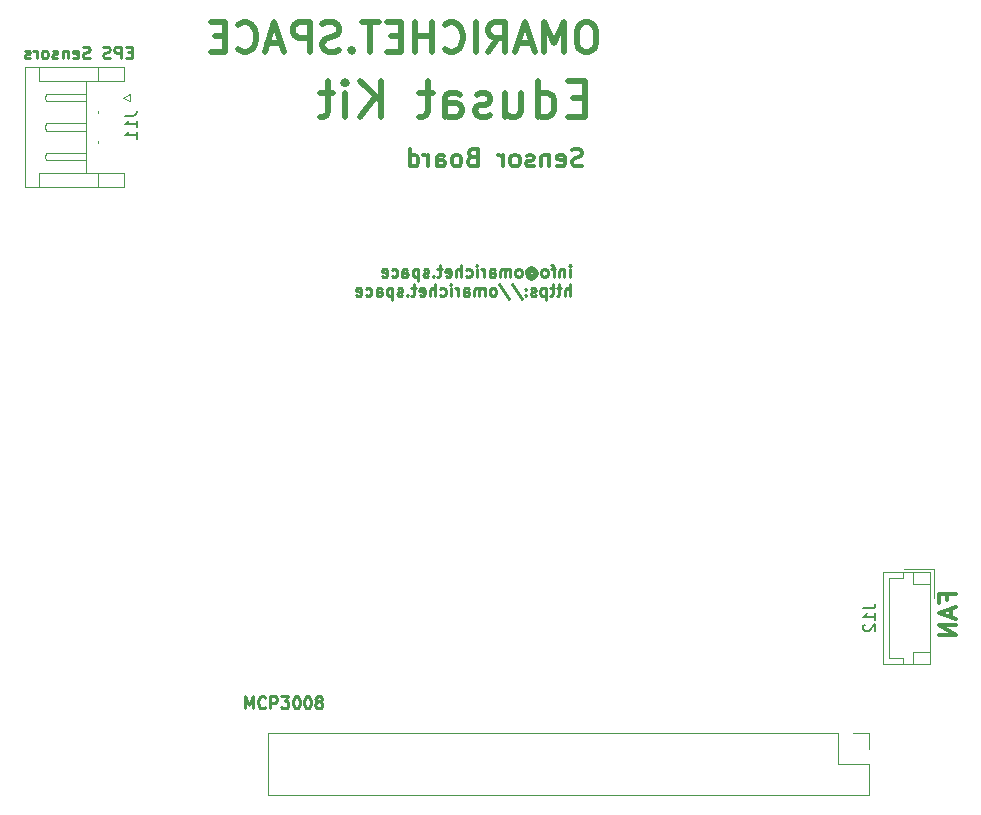
<source format=gbr>
%TF.GenerationSoftware,KiCad,Pcbnew,7.0.8-7.0.8~ubuntu22.04.1*%
%TF.CreationDate,2023-10-06T08:27:01+03:00*%
%TF.ProjectId,Omarichet Sensor Board v1.5,4f6d6172-6963-4686-9574-2053656e736f,rev?*%
%TF.SameCoordinates,Original*%
%TF.FileFunction,Legend,Bot*%
%TF.FilePolarity,Positive*%
%FSLAX46Y46*%
G04 Gerber Fmt 4.6, Leading zero omitted, Abs format (unit mm)*
G04 Created by KiCad (PCBNEW 7.0.8-7.0.8~ubuntu22.04.1) date 2023-10-06 08:27:01*
%MOMM*%
%LPD*%
G01*
G04 APERTURE LIST*
%ADD10C,0.500000*%
%ADD11C,0.250000*%
%ADD12C,0.300000*%
%ADD13C,0.375000*%
%ADD14C,0.150000*%
%ADD15C,0.120000*%
G04 APERTURE END LIST*
D10*
X116899624Y-66778047D02*
X116423433Y-66778047D01*
X116423433Y-66778047D02*
X116185338Y-66897095D01*
X116185338Y-66897095D02*
X115947243Y-67135190D01*
X115947243Y-67135190D02*
X115828195Y-67611380D01*
X115828195Y-67611380D02*
X115828195Y-68444714D01*
X115828195Y-68444714D02*
X115947243Y-68920904D01*
X115947243Y-68920904D02*
X116185338Y-69159000D01*
X116185338Y-69159000D02*
X116423433Y-69278047D01*
X116423433Y-69278047D02*
X116899624Y-69278047D01*
X116899624Y-69278047D02*
X117137719Y-69159000D01*
X117137719Y-69159000D02*
X117375814Y-68920904D01*
X117375814Y-68920904D02*
X117494862Y-68444714D01*
X117494862Y-68444714D02*
X117494862Y-67611380D01*
X117494862Y-67611380D02*
X117375814Y-67135190D01*
X117375814Y-67135190D02*
X117137719Y-66897095D01*
X117137719Y-66897095D02*
X116899624Y-66778047D01*
X114756766Y-69278047D02*
X114756766Y-66778047D01*
X114756766Y-66778047D02*
X113923433Y-68563761D01*
X113923433Y-68563761D02*
X113090100Y-66778047D01*
X113090100Y-66778047D02*
X113090100Y-69278047D01*
X112018671Y-68563761D02*
X110828195Y-68563761D01*
X112256766Y-69278047D02*
X111423433Y-66778047D01*
X111423433Y-66778047D02*
X110590100Y-69278047D01*
X108328195Y-69278047D02*
X109161528Y-68087571D01*
X109756766Y-69278047D02*
X109756766Y-66778047D01*
X109756766Y-66778047D02*
X108804385Y-66778047D01*
X108804385Y-66778047D02*
X108566290Y-66897095D01*
X108566290Y-66897095D02*
X108447243Y-67016142D01*
X108447243Y-67016142D02*
X108328195Y-67254238D01*
X108328195Y-67254238D02*
X108328195Y-67611380D01*
X108328195Y-67611380D02*
X108447243Y-67849476D01*
X108447243Y-67849476D02*
X108566290Y-67968523D01*
X108566290Y-67968523D02*
X108804385Y-68087571D01*
X108804385Y-68087571D02*
X109756766Y-68087571D01*
X107256766Y-69278047D02*
X107256766Y-66778047D01*
X104637719Y-69039952D02*
X104756767Y-69159000D01*
X104756767Y-69159000D02*
X105113909Y-69278047D01*
X105113909Y-69278047D02*
X105352005Y-69278047D01*
X105352005Y-69278047D02*
X105709148Y-69159000D01*
X105709148Y-69159000D02*
X105947243Y-68920904D01*
X105947243Y-68920904D02*
X106066290Y-68682809D01*
X106066290Y-68682809D02*
X106185338Y-68206619D01*
X106185338Y-68206619D02*
X106185338Y-67849476D01*
X106185338Y-67849476D02*
X106066290Y-67373285D01*
X106066290Y-67373285D02*
X105947243Y-67135190D01*
X105947243Y-67135190D02*
X105709148Y-66897095D01*
X105709148Y-66897095D02*
X105352005Y-66778047D01*
X105352005Y-66778047D02*
X105113909Y-66778047D01*
X105113909Y-66778047D02*
X104756767Y-66897095D01*
X104756767Y-66897095D02*
X104637719Y-67016142D01*
X103566290Y-69278047D02*
X103566290Y-66778047D01*
X103566290Y-67968523D02*
X102137719Y-67968523D01*
X102137719Y-69278047D02*
X102137719Y-66778047D01*
X100947242Y-67968523D02*
X100113909Y-67968523D01*
X99756766Y-69278047D02*
X100947242Y-69278047D01*
X100947242Y-69278047D02*
X100947242Y-66778047D01*
X100947242Y-66778047D02*
X99756766Y-66778047D01*
X99042480Y-66778047D02*
X97613909Y-66778047D01*
X98328195Y-69278047D02*
X98328195Y-66778047D01*
X96780575Y-69039952D02*
X96661528Y-69159000D01*
X96661528Y-69159000D02*
X96780575Y-69278047D01*
X96780575Y-69278047D02*
X96899623Y-69159000D01*
X96899623Y-69159000D02*
X96780575Y-69039952D01*
X96780575Y-69039952D02*
X96780575Y-69278047D01*
X95709147Y-69159000D02*
X95352004Y-69278047D01*
X95352004Y-69278047D02*
X94756766Y-69278047D01*
X94756766Y-69278047D02*
X94518671Y-69159000D01*
X94518671Y-69159000D02*
X94399623Y-69039952D01*
X94399623Y-69039952D02*
X94280576Y-68801857D01*
X94280576Y-68801857D02*
X94280576Y-68563761D01*
X94280576Y-68563761D02*
X94399623Y-68325666D01*
X94399623Y-68325666D02*
X94518671Y-68206619D01*
X94518671Y-68206619D02*
X94756766Y-68087571D01*
X94756766Y-68087571D02*
X95232957Y-67968523D01*
X95232957Y-67968523D02*
X95471052Y-67849476D01*
X95471052Y-67849476D02*
X95590099Y-67730428D01*
X95590099Y-67730428D02*
X95709147Y-67492333D01*
X95709147Y-67492333D02*
X95709147Y-67254238D01*
X95709147Y-67254238D02*
X95590099Y-67016142D01*
X95590099Y-67016142D02*
X95471052Y-66897095D01*
X95471052Y-66897095D02*
X95232957Y-66778047D01*
X95232957Y-66778047D02*
X94637718Y-66778047D01*
X94637718Y-66778047D02*
X94280576Y-66897095D01*
X93209147Y-69278047D02*
X93209147Y-66778047D01*
X93209147Y-66778047D02*
X92256766Y-66778047D01*
X92256766Y-66778047D02*
X92018671Y-66897095D01*
X92018671Y-66897095D02*
X91899624Y-67016142D01*
X91899624Y-67016142D02*
X91780576Y-67254238D01*
X91780576Y-67254238D02*
X91780576Y-67611380D01*
X91780576Y-67611380D02*
X91899624Y-67849476D01*
X91899624Y-67849476D02*
X92018671Y-67968523D01*
X92018671Y-67968523D02*
X92256766Y-68087571D01*
X92256766Y-68087571D02*
X93209147Y-68087571D01*
X90828195Y-68563761D02*
X89637719Y-68563761D01*
X91066290Y-69278047D02*
X90232957Y-66778047D01*
X90232957Y-66778047D02*
X89399624Y-69278047D01*
X87137719Y-69039952D02*
X87256767Y-69159000D01*
X87256767Y-69159000D02*
X87613909Y-69278047D01*
X87613909Y-69278047D02*
X87852005Y-69278047D01*
X87852005Y-69278047D02*
X88209148Y-69159000D01*
X88209148Y-69159000D02*
X88447243Y-68920904D01*
X88447243Y-68920904D02*
X88566290Y-68682809D01*
X88566290Y-68682809D02*
X88685338Y-68206619D01*
X88685338Y-68206619D02*
X88685338Y-67849476D01*
X88685338Y-67849476D02*
X88566290Y-67373285D01*
X88566290Y-67373285D02*
X88447243Y-67135190D01*
X88447243Y-67135190D02*
X88209148Y-66897095D01*
X88209148Y-66897095D02*
X87852005Y-66778047D01*
X87852005Y-66778047D02*
X87613909Y-66778047D01*
X87613909Y-66778047D02*
X87256767Y-66897095D01*
X87256767Y-66897095D02*
X87137719Y-67016142D01*
X86066290Y-67968523D02*
X85232957Y-67968523D01*
X84875814Y-69278047D02*
X86066290Y-69278047D01*
X86066290Y-69278047D02*
X86066290Y-66778047D01*
X86066290Y-66778047D02*
X84875814Y-66778047D01*
D11*
X78147431Y-69310809D02*
X77814098Y-69310809D01*
X77671241Y-69834619D02*
X78147431Y-69834619D01*
X78147431Y-69834619D02*
X78147431Y-68834619D01*
X78147431Y-68834619D02*
X77671241Y-68834619D01*
X77242669Y-69834619D02*
X77242669Y-68834619D01*
X77242669Y-68834619D02*
X76861717Y-68834619D01*
X76861717Y-68834619D02*
X76766479Y-68882238D01*
X76766479Y-68882238D02*
X76718860Y-68929857D01*
X76718860Y-68929857D02*
X76671241Y-69025095D01*
X76671241Y-69025095D02*
X76671241Y-69167952D01*
X76671241Y-69167952D02*
X76718860Y-69263190D01*
X76718860Y-69263190D02*
X76766479Y-69310809D01*
X76766479Y-69310809D02*
X76861717Y-69358428D01*
X76861717Y-69358428D02*
X77242669Y-69358428D01*
X76290288Y-69787000D02*
X76147431Y-69834619D01*
X76147431Y-69834619D02*
X75909336Y-69834619D01*
X75909336Y-69834619D02*
X75814098Y-69787000D01*
X75814098Y-69787000D02*
X75766479Y-69739380D01*
X75766479Y-69739380D02*
X75718860Y-69644142D01*
X75718860Y-69644142D02*
X75718860Y-69548904D01*
X75718860Y-69548904D02*
X75766479Y-69453666D01*
X75766479Y-69453666D02*
X75814098Y-69406047D01*
X75814098Y-69406047D02*
X75909336Y-69358428D01*
X75909336Y-69358428D02*
X76099812Y-69310809D01*
X76099812Y-69310809D02*
X76195050Y-69263190D01*
X76195050Y-69263190D02*
X76242669Y-69215571D01*
X76242669Y-69215571D02*
X76290288Y-69120333D01*
X76290288Y-69120333D02*
X76290288Y-69025095D01*
X76290288Y-69025095D02*
X76242669Y-68929857D01*
X76242669Y-68929857D02*
X76195050Y-68882238D01*
X76195050Y-68882238D02*
X76099812Y-68834619D01*
X76099812Y-68834619D02*
X75861717Y-68834619D01*
X75861717Y-68834619D02*
X75718860Y-68882238D01*
X74576002Y-69787000D02*
X74433145Y-69834619D01*
X74433145Y-69834619D02*
X74195050Y-69834619D01*
X74195050Y-69834619D02*
X74099812Y-69787000D01*
X74099812Y-69787000D02*
X74052193Y-69739380D01*
X74052193Y-69739380D02*
X74004574Y-69644142D01*
X74004574Y-69644142D02*
X74004574Y-69548904D01*
X74004574Y-69548904D02*
X74052193Y-69453666D01*
X74052193Y-69453666D02*
X74099812Y-69406047D01*
X74099812Y-69406047D02*
X74195050Y-69358428D01*
X74195050Y-69358428D02*
X74385526Y-69310809D01*
X74385526Y-69310809D02*
X74480764Y-69263190D01*
X74480764Y-69263190D02*
X74528383Y-69215571D01*
X74528383Y-69215571D02*
X74576002Y-69120333D01*
X74576002Y-69120333D02*
X74576002Y-69025095D01*
X74576002Y-69025095D02*
X74528383Y-68929857D01*
X74528383Y-68929857D02*
X74480764Y-68882238D01*
X74480764Y-68882238D02*
X74385526Y-68834619D01*
X74385526Y-68834619D02*
X74147431Y-68834619D01*
X74147431Y-68834619D02*
X74004574Y-68882238D01*
X73195050Y-69787000D02*
X73290288Y-69834619D01*
X73290288Y-69834619D02*
X73480764Y-69834619D01*
X73480764Y-69834619D02*
X73576002Y-69787000D01*
X73576002Y-69787000D02*
X73623621Y-69691761D01*
X73623621Y-69691761D02*
X73623621Y-69310809D01*
X73623621Y-69310809D02*
X73576002Y-69215571D01*
X73576002Y-69215571D02*
X73480764Y-69167952D01*
X73480764Y-69167952D02*
X73290288Y-69167952D01*
X73290288Y-69167952D02*
X73195050Y-69215571D01*
X73195050Y-69215571D02*
X73147431Y-69310809D01*
X73147431Y-69310809D02*
X73147431Y-69406047D01*
X73147431Y-69406047D02*
X73623621Y-69501285D01*
X72718859Y-69167952D02*
X72718859Y-69834619D01*
X72718859Y-69263190D02*
X72671240Y-69215571D01*
X72671240Y-69215571D02*
X72576002Y-69167952D01*
X72576002Y-69167952D02*
X72433145Y-69167952D01*
X72433145Y-69167952D02*
X72337907Y-69215571D01*
X72337907Y-69215571D02*
X72290288Y-69310809D01*
X72290288Y-69310809D02*
X72290288Y-69834619D01*
X71861716Y-69787000D02*
X71766478Y-69834619D01*
X71766478Y-69834619D02*
X71576002Y-69834619D01*
X71576002Y-69834619D02*
X71480764Y-69787000D01*
X71480764Y-69787000D02*
X71433145Y-69691761D01*
X71433145Y-69691761D02*
X71433145Y-69644142D01*
X71433145Y-69644142D02*
X71480764Y-69548904D01*
X71480764Y-69548904D02*
X71576002Y-69501285D01*
X71576002Y-69501285D02*
X71718859Y-69501285D01*
X71718859Y-69501285D02*
X71814097Y-69453666D01*
X71814097Y-69453666D02*
X71861716Y-69358428D01*
X71861716Y-69358428D02*
X71861716Y-69310809D01*
X71861716Y-69310809D02*
X71814097Y-69215571D01*
X71814097Y-69215571D02*
X71718859Y-69167952D01*
X71718859Y-69167952D02*
X71576002Y-69167952D01*
X71576002Y-69167952D02*
X71480764Y-69215571D01*
X70861716Y-69834619D02*
X70956954Y-69787000D01*
X70956954Y-69787000D02*
X71004573Y-69739380D01*
X71004573Y-69739380D02*
X71052192Y-69644142D01*
X71052192Y-69644142D02*
X71052192Y-69358428D01*
X71052192Y-69358428D02*
X71004573Y-69263190D01*
X71004573Y-69263190D02*
X70956954Y-69215571D01*
X70956954Y-69215571D02*
X70861716Y-69167952D01*
X70861716Y-69167952D02*
X70718859Y-69167952D01*
X70718859Y-69167952D02*
X70623621Y-69215571D01*
X70623621Y-69215571D02*
X70576002Y-69263190D01*
X70576002Y-69263190D02*
X70528383Y-69358428D01*
X70528383Y-69358428D02*
X70528383Y-69644142D01*
X70528383Y-69644142D02*
X70576002Y-69739380D01*
X70576002Y-69739380D02*
X70623621Y-69787000D01*
X70623621Y-69787000D02*
X70718859Y-69834619D01*
X70718859Y-69834619D02*
X70861716Y-69834619D01*
X70099811Y-69834619D02*
X70099811Y-69167952D01*
X70099811Y-69358428D02*
X70052192Y-69263190D01*
X70052192Y-69263190D02*
X70004573Y-69215571D01*
X70004573Y-69215571D02*
X69909335Y-69167952D01*
X69909335Y-69167952D02*
X69814097Y-69167952D01*
X69528382Y-69787000D02*
X69433144Y-69834619D01*
X69433144Y-69834619D02*
X69242668Y-69834619D01*
X69242668Y-69834619D02*
X69147430Y-69787000D01*
X69147430Y-69787000D02*
X69099811Y-69691761D01*
X69099811Y-69691761D02*
X69099811Y-69644142D01*
X69099811Y-69644142D02*
X69147430Y-69548904D01*
X69147430Y-69548904D02*
X69242668Y-69501285D01*
X69242668Y-69501285D02*
X69385525Y-69501285D01*
X69385525Y-69501285D02*
X69480763Y-69453666D01*
X69480763Y-69453666D02*
X69528382Y-69358428D01*
X69528382Y-69358428D02*
X69528382Y-69310809D01*
X69528382Y-69310809D02*
X69480763Y-69215571D01*
X69480763Y-69215571D02*
X69385525Y-69167952D01*
X69385525Y-69167952D02*
X69242668Y-69167952D01*
X69242668Y-69167952D02*
X69147430Y-69215571D01*
X115257431Y-88344619D02*
X115257431Y-87677952D01*
X115257431Y-87344619D02*
X115305050Y-87392238D01*
X115305050Y-87392238D02*
X115257431Y-87439857D01*
X115257431Y-87439857D02*
X115209812Y-87392238D01*
X115209812Y-87392238D02*
X115257431Y-87344619D01*
X115257431Y-87344619D02*
X115257431Y-87439857D01*
X114781241Y-87677952D02*
X114781241Y-88344619D01*
X114781241Y-87773190D02*
X114733622Y-87725571D01*
X114733622Y-87725571D02*
X114638384Y-87677952D01*
X114638384Y-87677952D02*
X114495527Y-87677952D01*
X114495527Y-87677952D02*
X114400289Y-87725571D01*
X114400289Y-87725571D02*
X114352670Y-87820809D01*
X114352670Y-87820809D02*
X114352670Y-88344619D01*
X114019336Y-87677952D02*
X113638384Y-87677952D01*
X113876479Y-88344619D02*
X113876479Y-87487476D01*
X113876479Y-87487476D02*
X113828860Y-87392238D01*
X113828860Y-87392238D02*
X113733622Y-87344619D01*
X113733622Y-87344619D02*
X113638384Y-87344619D01*
X113162193Y-88344619D02*
X113257431Y-88297000D01*
X113257431Y-88297000D02*
X113305050Y-88249380D01*
X113305050Y-88249380D02*
X113352669Y-88154142D01*
X113352669Y-88154142D02*
X113352669Y-87868428D01*
X113352669Y-87868428D02*
X113305050Y-87773190D01*
X113305050Y-87773190D02*
X113257431Y-87725571D01*
X113257431Y-87725571D02*
X113162193Y-87677952D01*
X113162193Y-87677952D02*
X113019336Y-87677952D01*
X113019336Y-87677952D02*
X112924098Y-87725571D01*
X112924098Y-87725571D02*
X112876479Y-87773190D01*
X112876479Y-87773190D02*
X112828860Y-87868428D01*
X112828860Y-87868428D02*
X112828860Y-88154142D01*
X112828860Y-88154142D02*
X112876479Y-88249380D01*
X112876479Y-88249380D02*
X112924098Y-88297000D01*
X112924098Y-88297000D02*
X113019336Y-88344619D01*
X113019336Y-88344619D02*
X113162193Y-88344619D01*
X111781241Y-87868428D02*
X111828860Y-87820809D01*
X111828860Y-87820809D02*
X111924098Y-87773190D01*
X111924098Y-87773190D02*
X112019336Y-87773190D01*
X112019336Y-87773190D02*
X112114574Y-87820809D01*
X112114574Y-87820809D02*
X112162193Y-87868428D01*
X112162193Y-87868428D02*
X112209812Y-87963666D01*
X112209812Y-87963666D02*
X112209812Y-88058904D01*
X112209812Y-88058904D02*
X112162193Y-88154142D01*
X112162193Y-88154142D02*
X112114574Y-88201761D01*
X112114574Y-88201761D02*
X112019336Y-88249380D01*
X112019336Y-88249380D02*
X111924098Y-88249380D01*
X111924098Y-88249380D02*
X111828860Y-88201761D01*
X111828860Y-88201761D02*
X111781241Y-88154142D01*
X111781241Y-87773190D02*
X111781241Y-88154142D01*
X111781241Y-88154142D02*
X111733622Y-88201761D01*
X111733622Y-88201761D02*
X111686003Y-88201761D01*
X111686003Y-88201761D02*
X111590764Y-88154142D01*
X111590764Y-88154142D02*
X111543145Y-88058904D01*
X111543145Y-88058904D02*
X111543145Y-87820809D01*
X111543145Y-87820809D02*
X111638384Y-87677952D01*
X111638384Y-87677952D02*
X111781241Y-87582714D01*
X111781241Y-87582714D02*
X111971717Y-87535095D01*
X111971717Y-87535095D02*
X112162193Y-87582714D01*
X112162193Y-87582714D02*
X112305050Y-87677952D01*
X112305050Y-87677952D02*
X112400288Y-87820809D01*
X112400288Y-87820809D02*
X112447907Y-88011285D01*
X112447907Y-88011285D02*
X112400288Y-88201761D01*
X112400288Y-88201761D02*
X112305050Y-88344619D01*
X112305050Y-88344619D02*
X112162193Y-88439857D01*
X112162193Y-88439857D02*
X111971717Y-88487476D01*
X111971717Y-88487476D02*
X111781241Y-88439857D01*
X111781241Y-88439857D02*
X111638384Y-88344619D01*
X110971717Y-88344619D02*
X111066955Y-88297000D01*
X111066955Y-88297000D02*
X111114574Y-88249380D01*
X111114574Y-88249380D02*
X111162193Y-88154142D01*
X111162193Y-88154142D02*
X111162193Y-87868428D01*
X111162193Y-87868428D02*
X111114574Y-87773190D01*
X111114574Y-87773190D02*
X111066955Y-87725571D01*
X111066955Y-87725571D02*
X110971717Y-87677952D01*
X110971717Y-87677952D02*
X110828860Y-87677952D01*
X110828860Y-87677952D02*
X110733622Y-87725571D01*
X110733622Y-87725571D02*
X110686003Y-87773190D01*
X110686003Y-87773190D02*
X110638384Y-87868428D01*
X110638384Y-87868428D02*
X110638384Y-88154142D01*
X110638384Y-88154142D02*
X110686003Y-88249380D01*
X110686003Y-88249380D02*
X110733622Y-88297000D01*
X110733622Y-88297000D02*
X110828860Y-88344619D01*
X110828860Y-88344619D02*
X110971717Y-88344619D01*
X110209812Y-88344619D02*
X110209812Y-87677952D01*
X110209812Y-87773190D02*
X110162193Y-87725571D01*
X110162193Y-87725571D02*
X110066955Y-87677952D01*
X110066955Y-87677952D02*
X109924098Y-87677952D01*
X109924098Y-87677952D02*
X109828860Y-87725571D01*
X109828860Y-87725571D02*
X109781241Y-87820809D01*
X109781241Y-87820809D02*
X109781241Y-88344619D01*
X109781241Y-87820809D02*
X109733622Y-87725571D01*
X109733622Y-87725571D02*
X109638384Y-87677952D01*
X109638384Y-87677952D02*
X109495527Y-87677952D01*
X109495527Y-87677952D02*
X109400288Y-87725571D01*
X109400288Y-87725571D02*
X109352669Y-87820809D01*
X109352669Y-87820809D02*
X109352669Y-88344619D01*
X108447908Y-88344619D02*
X108447908Y-87820809D01*
X108447908Y-87820809D02*
X108495527Y-87725571D01*
X108495527Y-87725571D02*
X108590765Y-87677952D01*
X108590765Y-87677952D02*
X108781241Y-87677952D01*
X108781241Y-87677952D02*
X108876479Y-87725571D01*
X108447908Y-88297000D02*
X108543146Y-88344619D01*
X108543146Y-88344619D02*
X108781241Y-88344619D01*
X108781241Y-88344619D02*
X108876479Y-88297000D01*
X108876479Y-88297000D02*
X108924098Y-88201761D01*
X108924098Y-88201761D02*
X108924098Y-88106523D01*
X108924098Y-88106523D02*
X108876479Y-88011285D01*
X108876479Y-88011285D02*
X108781241Y-87963666D01*
X108781241Y-87963666D02*
X108543146Y-87963666D01*
X108543146Y-87963666D02*
X108447908Y-87916047D01*
X107971717Y-88344619D02*
X107971717Y-87677952D01*
X107971717Y-87868428D02*
X107924098Y-87773190D01*
X107924098Y-87773190D02*
X107876479Y-87725571D01*
X107876479Y-87725571D02*
X107781241Y-87677952D01*
X107781241Y-87677952D02*
X107686003Y-87677952D01*
X107352669Y-88344619D02*
X107352669Y-87677952D01*
X107352669Y-87344619D02*
X107400288Y-87392238D01*
X107400288Y-87392238D02*
X107352669Y-87439857D01*
X107352669Y-87439857D02*
X107305050Y-87392238D01*
X107305050Y-87392238D02*
X107352669Y-87344619D01*
X107352669Y-87344619D02*
X107352669Y-87439857D01*
X106447908Y-88297000D02*
X106543146Y-88344619D01*
X106543146Y-88344619D02*
X106733622Y-88344619D01*
X106733622Y-88344619D02*
X106828860Y-88297000D01*
X106828860Y-88297000D02*
X106876479Y-88249380D01*
X106876479Y-88249380D02*
X106924098Y-88154142D01*
X106924098Y-88154142D02*
X106924098Y-87868428D01*
X106924098Y-87868428D02*
X106876479Y-87773190D01*
X106876479Y-87773190D02*
X106828860Y-87725571D01*
X106828860Y-87725571D02*
X106733622Y-87677952D01*
X106733622Y-87677952D02*
X106543146Y-87677952D01*
X106543146Y-87677952D02*
X106447908Y-87725571D01*
X106019336Y-88344619D02*
X106019336Y-87344619D01*
X105590765Y-88344619D02*
X105590765Y-87820809D01*
X105590765Y-87820809D02*
X105638384Y-87725571D01*
X105638384Y-87725571D02*
X105733622Y-87677952D01*
X105733622Y-87677952D02*
X105876479Y-87677952D01*
X105876479Y-87677952D02*
X105971717Y-87725571D01*
X105971717Y-87725571D02*
X106019336Y-87773190D01*
X104733622Y-88297000D02*
X104828860Y-88344619D01*
X104828860Y-88344619D02*
X105019336Y-88344619D01*
X105019336Y-88344619D02*
X105114574Y-88297000D01*
X105114574Y-88297000D02*
X105162193Y-88201761D01*
X105162193Y-88201761D02*
X105162193Y-87820809D01*
X105162193Y-87820809D02*
X105114574Y-87725571D01*
X105114574Y-87725571D02*
X105019336Y-87677952D01*
X105019336Y-87677952D02*
X104828860Y-87677952D01*
X104828860Y-87677952D02*
X104733622Y-87725571D01*
X104733622Y-87725571D02*
X104686003Y-87820809D01*
X104686003Y-87820809D02*
X104686003Y-87916047D01*
X104686003Y-87916047D02*
X105162193Y-88011285D01*
X104400288Y-87677952D02*
X104019336Y-87677952D01*
X104257431Y-87344619D02*
X104257431Y-88201761D01*
X104257431Y-88201761D02*
X104209812Y-88297000D01*
X104209812Y-88297000D02*
X104114574Y-88344619D01*
X104114574Y-88344619D02*
X104019336Y-88344619D01*
X103686002Y-88249380D02*
X103638383Y-88297000D01*
X103638383Y-88297000D02*
X103686002Y-88344619D01*
X103686002Y-88344619D02*
X103733621Y-88297000D01*
X103733621Y-88297000D02*
X103686002Y-88249380D01*
X103686002Y-88249380D02*
X103686002Y-88344619D01*
X103257431Y-88297000D02*
X103162193Y-88344619D01*
X103162193Y-88344619D02*
X102971717Y-88344619D01*
X102971717Y-88344619D02*
X102876479Y-88297000D01*
X102876479Y-88297000D02*
X102828860Y-88201761D01*
X102828860Y-88201761D02*
X102828860Y-88154142D01*
X102828860Y-88154142D02*
X102876479Y-88058904D01*
X102876479Y-88058904D02*
X102971717Y-88011285D01*
X102971717Y-88011285D02*
X103114574Y-88011285D01*
X103114574Y-88011285D02*
X103209812Y-87963666D01*
X103209812Y-87963666D02*
X103257431Y-87868428D01*
X103257431Y-87868428D02*
X103257431Y-87820809D01*
X103257431Y-87820809D02*
X103209812Y-87725571D01*
X103209812Y-87725571D02*
X103114574Y-87677952D01*
X103114574Y-87677952D02*
X102971717Y-87677952D01*
X102971717Y-87677952D02*
X102876479Y-87725571D01*
X102400288Y-87677952D02*
X102400288Y-88677952D01*
X102400288Y-87725571D02*
X102305050Y-87677952D01*
X102305050Y-87677952D02*
X102114574Y-87677952D01*
X102114574Y-87677952D02*
X102019336Y-87725571D01*
X102019336Y-87725571D02*
X101971717Y-87773190D01*
X101971717Y-87773190D02*
X101924098Y-87868428D01*
X101924098Y-87868428D02*
X101924098Y-88154142D01*
X101924098Y-88154142D02*
X101971717Y-88249380D01*
X101971717Y-88249380D02*
X102019336Y-88297000D01*
X102019336Y-88297000D02*
X102114574Y-88344619D01*
X102114574Y-88344619D02*
X102305050Y-88344619D01*
X102305050Y-88344619D02*
X102400288Y-88297000D01*
X101066955Y-88344619D02*
X101066955Y-87820809D01*
X101066955Y-87820809D02*
X101114574Y-87725571D01*
X101114574Y-87725571D02*
X101209812Y-87677952D01*
X101209812Y-87677952D02*
X101400288Y-87677952D01*
X101400288Y-87677952D02*
X101495526Y-87725571D01*
X101066955Y-88297000D02*
X101162193Y-88344619D01*
X101162193Y-88344619D02*
X101400288Y-88344619D01*
X101400288Y-88344619D02*
X101495526Y-88297000D01*
X101495526Y-88297000D02*
X101543145Y-88201761D01*
X101543145Y-88201761D02*
X101543145Y-88106523D01*
X101543145Y-88106523D02*
X101495526Y-88011285D01*
X101495526Y-88011285D02*
X101400288Y-87963666D01*
X101400288Y-87963666D02*
X101162193Y-87963666D01*
X101162193Y-87963666D02*
X101066955Y-87916047D01*
X100162193Y-88297000D02*
X100257431Y-88344619D01*
X100257431Y-88344619D02*
X100447907Y-88344619D01*
X100447907Y-88344619D02*
X100543145Y-88297000D01*
X100543145Y-88297000D02*
X100590764Y-88249380D01*
X100590764Y-88249380D02*
X100638383Y-88154142D01*
X100638383Y-88154142D02*
X100638383Y-87868428D01*
X100638383Y-87868428D02*
X100590764Y-87773190D01*
X100590764Y-87773190D02*
X100543145Y-87725571D01*
X100543145Y-87725571D02*
X100447907Y-87677952D01*
X100447907Y-87677952D02*
X100257431Y-87677952D01*
X100257431Y-87677952D02*
X100162193Y-87725571D01*
X99352669Y-88297000D02*
X99447907Y-88344619D01*
X99447907Y-88344619D02*
X99638383Y-88344619D01*
X99638383Y-88344619D02*
X99733621Y-88297000D01*
X99733621Y-88297000D02*
X99781240Y-88201761D01*
X99781240Y-88201761D02*
X99781240Y-87820809D01*
X99781240Y-87820809D02*
X99733621Y-87725571D01*
X99733621Y-87725571D02*
X99638383Y-87677952D01*
X99638383Y-87677952D02*
X99447907Y-87677952D01*
X99447907Y-87677952D02*
X99352669Y-87725571D01*
X99352669Y-87725571D02*
X99305050Y-87820809D01*
X99305050Y-87820809D02*
X99305050Y-87916047D01*
X99305050Y-87916047D02*
X99781240Y-88011285D01*
X115257431Y-89954619D02*
X115257431Y-88954619D01*
X114828860Y-89954619D02*
X114828860Y-89430809D01*
X114828860Y-89430809D02*
X114876479Y-89335571D01*
X114876479Y-89335571D02*
X114971717Y-89287952D01*
X114971717Y-89287952D02*
X115114574Y-89287952D01*
X115114574Y-89287952D02*
X115209812Y-89335571D01*
X115209812Y-89335571D02*
X115257431Y-89383190D01*
X114495526Y-89287952D02*
X114114574Y-89287952D01*
X114352669Y-88954619D02*
X114352669Y-89811761D01*
X114352669Y-89811761D02*
X114305050Y-89907000D01*
X114305050Y-89907000D02*
X114209812Y-89954619D01*
X114209812Y-89954619D02*
X114114574Y-89954619D01*
X113924097Y-89287952D02*
X113543145Y-89287952D01*
X113781240Y-88954619D02*
X113781240Y-89811761D01*
X113781240Y-89811761D02*
X113733621Y-89907000D01*
X113733621Y-89907000D02*
X113638383Y-89954619D01*
X113638383Y-89954619D02*
X113543145Y-89954619D01*
X113209811Y-89287952D02*
X113209811Y-90287952D01*
X113209811Y-89335571D02*
X113114573Y-89287952D01*
X113114573Y-89287952D02*
X112924097Y-89287952D01*
X112924097Y-89287952D02*
X112828859Y-89335571D01*
X112828859Y-89335571D02*
X112781240Y-89383190D01*
X112781240Y-89383190D02*
X112733621Y-89478428D01*
X112733621Y-89478428D02*
X112733621Y-89764142D01*
X112733621Y-89764142D02*
X112781240Y-89859380D01*
X112781240Y-89859380D02*
X112828859Y-89907000D01*
X112828859Y-89907000D02*
X112924097Y-89954619D01*
X112924097Y-89954619D02*
X113114573Y-89954619D01*
X113114573Y-89954619D02*
X113209811Y-89907000D01*
X112352668Y-89907000D02*
X112257430Y-89954619D01*
X112257430Y-89954619D02*
X112066954Y-89954619D01*
X112066954Y-89954619D02*
X111971716Y-89907000D01*
X111971716Y-89907000D02*
X111924097Y-89811761D01*
X111924097Y-89811761D02*
X111924097Y-89764142D01*
X111924097Y-89764142D02*
X111971716Y-89668904D01*
X111971716Y-89668904D02*
X112066954Y-89621285D01*
X112066954Y-89621285D02*
X112209811Y-89621285D01*
X112209811Y-89621285D02*
X112305049Y-89573666D01*
X112305049Y-89573666D02*
X112352668Y-89478428D01*
X112352668Y-89478428D02*
X112352668Y-89430809D01*
X112352668Y-89430809D02*
X112305049Y-89335571D01*
X112305049Y-89335571D02*
X112209811Y-89287952D01*
X112209811Y-89287952D02*
X112066954Y-89287952D01*
X112066954Y-89287952D02*
X111971716Y-89335571D01*
X111495525Y-89859380D02*
X111447906Y-89907000D01*
X111447906Y-89907000D02*
X111495525Y-89954619D01*
X111495525Y-89954619D02*
X111543144Y-89907000D01*
X111543144Y-89907000D02*
X111495525Y-89859380D01*
X111495525Y-89859380D02*
X111495525Y-89954619D01*
X111495525Y-89335571D02*
X111447906Y-89383190D01*
X111447906Y-89383190D02*
X111495525Y-89430809D01*
X111495525Y-89430809D02*
X111543144Y-89383190D01*
X111543144Y-89383190D02*
X111495525Y-89335571D01*
X111495525Y-89335571D02*
X111495525Y-89430809D01*
X110305050Y-88907000D02*
X111162192Y-90192714D01*
X109257431Y-88907000D02*
X110114573Y-90192714D01*
X108781240Y-89954619D02*
X108876478Y-89907000D01*
X108876478Y-89907000D02*
X108924097Y-89859380D01*
X108924097Y-89859380D02*
X108971716Y-89764142D01*
X108971716Y-89764142D02*
X108971716Y-89478428D01*
X108971716Y-89478428D02*
X108924097Y-89383190D01*
X108924097Y-89383190D02*
X108876478Y-89335571D01*
X108876478Y-89335571D02*
X108781240Y-89287952D01*
X108781240Y-89287952D02*
X108638383Y-89287952D01*
X108638383Y-89287952D02*
X108543145Y-89335571D01*
X108543145Y-89335571D02*
X108495526Y-89383190D01*
X108495526Y-89383190D02*
X108447907Y-89478428D01*
X108447907Y-89478428D02*
X108447907Y-89764142D01*
X108447907Y-89764142D02*
X108495526Y-89859380D01*
X108495526Y-89859380D02*
X108543145Y-89907000D01*
X108543145Y-89907000D02*
X108638383Y-89954619D01*
X108638383Y-89954619D02*
X108781240Y-89954619D01*
X108019335Y-89954619D02*
X108019335Y-89287952D01*
X108019335Y-89383190D02*
X107971716Y-89335571D01*
X107971716Y-89335571D02*
X107876478Y-89287952D01*
X107876478Y-89287952D02*
X107733621Y-89287952D01*
X107733621Y-89287952D02*
X107638383Y-89335571D01*
X107638383Y-89335571D02*
X107590764Y-89430809D01*
X107590764Y-89430809D02*
X107590764Y-89954619D01*
X107590764Y-89430809D02*
X107543145Y-89335571D01*
X107543145Y-89335571D02*
X107447907Y-89287952D01*
X107447907Y-89287952D02*
X107305050Y-89287952D01*
X107305050Y-89287952D02*
X107209811Y-89335571D01*
X107209811Y-89335571D02*
X107162192Y-89430809D01*
X107162192Y-89430809D02*
X107162192Y-89954619D01*
X106257431Y-89954619D02*
X106257431Y-89430809D01*
X106257431Y-89430809D02*
X106305050Y-89335571D01*
X106305050Y-89335571D02*
X106400288Y-89287952D01*
X106400288Y-89287952D02*
X106590764Y-89287952D01*
X106590764Y-89287952D02*
X106686002Y-89335571D01*
X106257431Y-89907000D02*
X106352669Y-89954619D01*
X106352669Y-89954619D02*
X106590764Y-89954619D01*
X106590764Y-89954619D02*
X106686002Y-89907000D01*
X106686002Y-89907000D02*
X106733621Y-89811761D01*
X106733621Y-89811761D02*
X106733621Y-89716523D01*
X106733621Y-89716523D02*
X106686002Y-89621285D01*
X106686002Y-89621285D02*
X106590764Y-89573666D01*
X106590764Y-89573666D02*
X106352669Y-89573666D01*
X106352669Y-89573666D02*
X106257431Y-89526047D01*
X105781240Y-89954619D02*
X105781240Y-89287952D01*
X105781240Y-89478428D02*
X105733621Y-89383190D01*
X105733621Y-89383190D02*
X105686002Y-89335571D01*
X105686002Y-89335571D02*
X105590764Y-89287952D01*
X105590764Y-89287952D02*
X105495526Y-89287952D01*
X105162192Y-89954619D02*
X105162192Y-89287952D01*
X105162192Y-88954619D02*
X105209811Y-89002238D01*
X105209811Y-89002238D02*
X105162192Y-89049857D01*
X105162192Y-89049857D02*
X105114573Y-89002238D01*
X105114573Y-89002238D02*
X105162192Y-88954619D01*
X105162192Y-88954619D02*
X105162192Y-89049857D01*
X104257431Y-89907000D02*
X104352669Y-89954619D01*
X104352669Y-89954619D02*
X104543145Y-89954619D01*
X104543145Y-89954619D02*
X104638383Y-89907000D01*
X104638383Y-89907000D02*
X104686002Y-89859380D01*
X104686002Y-89859380D02*
X104733621Y-89764142D01*
X104733621Y-89764142D02*
X104733621Y-89478428D01*
X104733621Y-89478428D02*
X104686002Y-89383190D01*
X104686002Y-89383190D02*
X104638383Y-89335571D01*
X104638383Y-89335571D02*
X104543145Y-89287952D01*
X104543145Y-89287952D02*
X104352669Y-89287952D01*
X104352669Y-89287952D02*
X104257431Y-89335571D01*
X103828859Y-89954619D02*
X103828859Y-88954619D01*
X103400288Y-89954619D02*
X103400288Y-89430809D01*
X103400288Y-89430809D02*
X103447907Y-89335571D01*
X103447907Y-89335571D02*
X103543145Y-89287952D01*
X103543145Y-89287952D02*
X103686002Y-89287952D01*
X103686002Y-89287952D02*
X103781240Y-89335571D01*
X103781240Y-89335571D02*
X103828859Y-89383190D01*
X102543145Y-89907000D02*
X102638383Y-89954619D01*
X102638383Y-89954619D02*
X102828859Y-89954619D01*
X102828859Y-89954619D02*
X102924097Y-89907000D01*
X102924097Y-89907000D02*
X102971716Y-89811761D01*
X102971716Y-89811761D02*
X102971716Y-89430809D01*
X102971716Y-89430809D02*
X102924097Y-89335571D01*
X102924097Y-89335571D02*
X102828859Y-89287952D01*
X102828859Y-89287952D02*
X102638383Y-89287952D01*
X102638383Y-89287952D02*
X102543145Y-89335571D01*
X102543145Y-89335571D02*
X102495526Y-89430809D01*
X102495526Y-89430809D02*
X102495526Y-89526047D01*
X102495526Y-89526047D02*
X102971716Y-89621285D01*
X102209811Y-89287952D02*
X101828859Y-89287952D01*
X102066954Y-88954619D02*
X102066954Y-89811761D01*
X102066954Y-89811761D02*
X102019335Y-89907000D01*
X102019335Y-89907000D02*
X101924097Y-89954619D01*
X101924097Y-89954619D02*
X101828859Y-89954619D01*
X101495525Y-89859380D02*
X101447906Y-89907000D01*
X101447906Y-89907000D02*
X101495525Y-89954619D01*
X101495525Y-89954619D02*
X101543144Y-89907000D01*
X101543144Y-89907000D02*
X101495525Y-89859380D01*
X101495525Y-89859380D02*
X101495525Y-89954619D01*
X101066954Y-89907000D02*
X100971716Y-89954619D01*
X100971716Y-89954619D02*
X100781240Y-89954619D01*
X100781240Y-89954619D02*
X100686002Y-89907000D01*
X100686002Y-89907000D02*
X100638383Y-89811761D01*
X100638383Y-89811761D02*
X100638383Y-89764142D01*
X100638383Y-89764142D02*
X100686002Y-89668904D01*
X100686002Y-89668904D02*
X100781240Y-89621285D01*
X100781240Y-89621285D02*
X100924097Y-89621285D01*
X100924097Y-89621285D02*
X101019335Y-89573666D01*
X101019335Y-89573666D02*
X101066954Y-89478428D01*
X101066954Y-89478428D02*
X101066954Y-89430809D01*
X101066954Y-89430809D02*
X101019335Y-89335571D01*
X101019335Y-89335571D02*
X100924097Y-89287952D01*
X100924097Y-89287952D02*
X100781240Y-89287952D01*
X100781240Y-89287952D02*
X100686002Y-89335571D01*
X100209811Y-89287952D02*
X100209811Y-90287952D01*
X100209811Y-89335571D02*
X100114573Y-89287952D01*
X100114573Y-89287952D02*
X99924097Y-89287952D01*
X99924097Y-89287952D02*
X99828859Y-89335571D01*
X99828859Y-89335571D02*
X99781240Y-89383190D01*
X99781240Y-89383190D02*
X99733621Y-89478428D01*
X99733621Y-89478428D02*
X99733621Y-89764142D01*
X99733621Y-89764142D02*
X99781240Y-89859380D01*
X99781240Y-89859380D02*
X99828859Y-89907000D01*
X99828859Y-89907000D02*
X99924097Y-89954619D01*
X99924097Y-89954619D02*
X100114573Y-89954619D01*
X100114573Y-89954619D02*
X100209811Y-89907000D01*
X98876478Y-89954619D02*
X98876478Y-89430809D01*
X98876478Y-89430809D02*
X98924097Y-89335571D01*
X98924097Y-89335571D02*
X99019335Y-89287952D01*
X99019335Y-89287952D02*
X99209811Y-89287952D01*
X99209811Y-89287952D02*
X99305049Y-89335571D01*
X98876478Y-89907000D02*
X98971716Y-89954619D01*
X98971716Y-89954619D02*
X99209811Y-89954619D01*
X99209811Y-89954619D02*
X99305049Y-89907000D01*
X99305049Y-89907000D02*
X99352668Y-89811761D01*
X99352668Y-89811761D02*
X99352668Y-89716523D01*
X99352668Y-89716523D02*
X99305049Y-89621285D01*
X99305049Y-89621285D02*
X99209811Y-89573666D01*
X99209811Y-89573666D02*
X98971716Y-89573666D01*
X98971716Y-89573666D02*
X98876478Y-89526047D01*
X97971716Y-89907000D02*
X98066954Y-89954619D01*
X98066954Y-89954619D02*
X98257430Y-89954619D01*
X98257430Y-89954619D02*
X98352668Y-89907000D01*
X98352668Y-89907000D02*
X98400287Y-89859380D01*
X98400287Y-89859380D02*
X98447906Y-89764142D01*
X98447906Y-89764142D02*
X98447906Y-89478428D01*
X98447906Y-89478428D02*
X98400287Y-89383190D01*
X98400287Y-89383190D02*
X98352668Y-89335571D01*
X98352668Y-89335571D02*
X98257430Y-89287952D01*
X98257430Y-89287952D02*
X98066954Y-89287952D01*
X98066954Y-89287952D02*
X97971716Y-89335571D01*
X97162192Y-89907000D02*
X97257430Y-89954619D01*
X97257430Y-89954619D02*
X97447906Y-89954619D01*
X97447906Y-89954619D02*
X97543144Y-89907000D01*
X97543144Y-89907000D02*
X97590763Y-89811761D01*
X97590763Y-89811761D02*
X97590763Y-89430809D01*
X97590763Y-89430809D02*
X97543144Y-89335571D01*
X97543144Y-89335571D02*
X97447906Y-89287952D01*
X97447906Y-89287952D02*
X97257430Y-89287952D01*
X97257430Y-89287952D02*
X97162192Y-89335571D01*
X97162192Y-89335571D02*
X97114573Y-89430809D01*
X97114573Y-89430809D02*
X97114573Y-89526047D01*
X97114573Y-89526047D02*
X97590763Y-89621285D01*
D12*
X147185114Y-115714510D02*
X147185114Y-115214510D01*
X147970828Y-115214510D02*
X146470828Y-115214510D01*
X146470828Y-115214510D02*
X146470828Y-115928796D01*
X147542257Y-116428796D02*
X147542257Y-117143082D01*
X147970828Y-116285939D02*
X146470828Y-116785939D01*
X146470828Y-116785939D02*
X147970828Y-117285939D01*
X147970828Y-117785938D02*
X146470828Y-117785938D01*
X146470828Y-117785938D02*
X147970828Y-118643081D01*
X147970828Y-118643081D02*
X146470828Y-118643081D01*
D10*
X116506767Y-73185428D02*
X115506767Y-73185428D01*
X115078195Y-74756857D02*
X116506767Y-74756857D01*
X116506767Y-74756857D02*
X116506767Y-71756857D01*
X116506767Y-71756857D02*
X115078195Y-71756857D01*
X112506767Y-74756857D02*
X112506767Y-71756857D01*
X112506767Y-74614000D02*
X112792481Y-74756857D01*
X112792481Y-74756857D02*
X113363909Y-74756857D01*
X113363909Y-74756857D02*
X113649624Y-74614000D01*
X113649624Y-74614000D02*
X113792481Y-74471142D01*
X113792481Y-74471142D02*
X113935338Y-74185428D01*
X113935338Y-74185428D02*
X113935338Y-73328285D01*
X113935338Y-73328285D02*
X113792481Y-73042571D01*
X113792481Y-73042571D02*
X113649624Y-72899714D01*
X113649624Y-72899714D02*
X113363909Y-72756857D01*
X113363909Y-72756857D02*
X112792481Y-72756857D01*
X112792481Y-72756857D02*
X112506767Y-72899714D01*
X109792481Y-72756857D02*
X109792481Y-74756857D01*
X111078195Y-72756857D02*
X111078195Y-74328285D01*
X111078195Y-74328285D02*
X110935338Y-74614000D01*
X110935338Y-74614000D02*
X110649623Y-74756857D01*
X110649623Y-74756857D02*
X110221052Y-74756857D01*
X110221052Y-74756857D02*
X109935338Y-74614000D01*
X109935338Y-74614000D02*
X109792481Y-74471142D01*
X108506766Y-74614000D02*
X108221052Y-74756857D01*
X108221052Y-74756857D02*
X107649623Y-74756857D01*
X107649623Y-74756857D02*
X107363909Y-74614000D01*
X107363909Y-74614000D02*
X107221052Y-74328285D01*
X107221052Y-74328285D02*
X107221052Y-74185428D01*
X107221052Y-74185428D02*
X107363909Y-73899714D01*
X107363909Y-73899714D02*
X107649623Y-73756857D01*
X107649623Y-73756857D02*
X108078195Y-73756857D01*
X108078195Y-73756857D02*
X108363909Y-73614000D01*
X108363909Y-73614000D02*
X108506766Y-73328285D01*
X108506766Y-73328285D02*
X108506766Y-73185428D01*
X108506766Y-73185428D02*
X108363909Y-72899714D01*
X108363909Y-72899714D02*
X108078195Y-72756857D01*
X108078195Y-72756857D02*
X107649623Y-72756857D01*
X107649623Y-72756857D02*
X107363909Y-72899714D01*
X104649624Y-74756857D02*
X104649624Y-73185428D01*
X104649624Y-73185428D02*
X104792481Y-72899714D01*
X104792481Y-72899714D02*
X105078195Y-72756857D01*
X105078195Y-72756857D02*
X105649624Y-72756857D01*
X105649624Y-72756857D02*
X105935338Y-72899714D01*
X104649624Y-74614000D02*
X104935338Y-74756857D01*
X104935338Y-74756857D02*
X105649624Y-74756857D01*
X105649624Y-74756857D02*
X105935338Y-74614000D01*
X105935338Y-74614000D02*
X106078195Y-74328285D01*
X106078195Y-74328285D02*
X106078195Y-74042571D01*
X106078195Y-74042571D02*
X105935338Y-73756857D01*
X105935338Y-73756857D02*
X105649624Y-73614000D01*
X105649624Y-73614000D02*
X104935338Y-73614000D01*
X104935338Y-73614000D02*
X104649624Y-73471142D01*
X103649623Y-72756857D02*
X102506766Y-72756857D01*
X103221052Y-71756857D02*
X103221052Y-74328285D01*
X103221052Y-74328285D02*
X103078195Y-74614000D01*
X103078195Y-74614000D02*
X102792480Y-74756857D01*
X102792480Y-74756857D02*
X102506766Y-74756857D01*
X99221052Y-74756857D02*
X99221052Y-71756857D01*
X97506766Y-74756857D02*
X98792480Y-73042571D01*
X97506766Y-71756857D02*
X99221052Y-73471142D01*
X96221052Y-74756857D02*
X96221052Y-72756857D01*
X96221052Y-71756857D02*
X96363909Y-71899714D01*
X96363909Y-71899714D02*
X96221052Y-72042571D01*
X96221052Y-72042571D02*
X96078195Y-71899714D01*
X96078195Y-71899714D02*
X96221052Y-71756857D01*
X96221052Y-71756857D02*
X96221052Y-72042571D01*
X95221052Y-72756857D02*
X94078195Y-72756857D01*
X94792481Y-71756857D02*
X94792481Y-74328285D01*
X94792481Y-74328285D02*
X94649624Y-74614000D01*
X94649624Y-74614000D02*
X94363909Y-74756857D01*
X94363909Y-74756857D02*
X94078195Y-74756857D01*
D13*
X116267575Y-78915500D02*
X116053290Y-78986928D01*
X116053290Y-78986928D02*
X115696147Y-78986928D01*
X115696147Y-78986928D02*
X115553290Y-78915500D01*
X115553290Y-78915500D02*
X115481861Y-78844071D01*
X115481861Y-78844071D02*
X115410432Y-78701214D01*
X115410432Y-78701214D02*
X115410432Y-78558357D01*
X115410432Y-78558357D02*
X115481861Y-78415500D01*
X115481861Y-78415500D02*
X115553290Y-78344071D01*
X115553290Y-78344071D02*
X115696147Y-78272642D01*
X115696147Y-78272642D02*
X115981861Y-78201214D01*
X115981861Y-78201214D02*
X116124718Y-78129785D01*
X116124718Y-78129785D02*
X116196147Y-78058357D01*
X116196147Y-78058357D02*
X116267575Y-77915500D01*
X116267575Y-77915500D02*
X116267575Y-77772642D01*
X116267575Y-77772642D02*
X116196147Y-77629785D01*
X116196147Y-77629785D02*
X116124718Y-77558357D01*
X116124718Y-77558357D02*
X115981861Y-77486928D01*
X115981861Y-77486928D02*
X115624718Y-77486928D01*
X115624718Y-77486928D02*
X115410432Y-77558357D01*
X114196147Y-78915500D02*
X114339004Y-78986928D01*
X114339004Y-78986928D02*
X114624719Y-78986928D01*
X114624719Y-78986928D02*
X114767576Y-78915500D01*
X114767576Y-78915500D02*
X114839004Y-78772642D01*
X114839004Y-78772642D02*
X114839004Y-78201214D01*
X114839004Y-78201214D02*
X114767576Y-78058357D01*
X114767576Y-78058357D02*
X114624719Y-77986928D01*
X114624719Y-77986928D02*
X114339004Y-77986928D01*
X114339004Y-77986928D02*
X114196147Y-78058357D01*
X114196147Y-78058357D02*
X114124719Y-78201214D01*
X114124719Y-78201214D02*
X114124719Y-78344071D01*
X114124719Y-78344071D02*
X114839004Y-78486928D01*
X113481862Y-77986928D02*
X113481862Y-78986928D01*
X113481862Y-78129785D02*
X113410433Y-78058357D01*
X113410433Y-78058357D02*
X113267576Y-77986928D01*
X113267576Y-77986928D02*
X113053290Y-77986928D01*
X113053290Y-77986928D02*
X112910433Y-78058357D01*
X112910433Y-78058357D02*
X112839005Y-78201214D01*
X112839005Y-78201214D02*
X112839005Y-78986928D01*
X112196147Y-78915500D02*
X112053290Y-78986928D01*
X112053290Y-78986928D02*
X111767576Y-78986928D01*
X111767576Y-78986928D02*
X111624719Y-78915500D01*
X111624719Y-78915500D02*
X111553290Y-78772642D01*
X111553290Y-78772642D02*
X111553290Y-78701214D01*
X111553290Y-78701214D02*
X111624719Y-78558357D01*
X111624719Y-78558357D02*
X111767576Y-78486928D01*
X111767576Y-78486928D02*
X111981862Y-78486928D01*
X111981862Y-78486928D02*
X112124719Y-78415500D01*
X112124719Y-78415500D02*
X112196147Y-78272642D01*
X112196147Y-78272642D02*
X112196147Y-78201214D01*
X112196147Y-78201214D02*
X112124719Y-78058357D01*
X112124719Y-78058357D02*
X111981862Y-77986928D01*
X111981862Y-77986928D02*
X111767576Y-77986928D01*
X111767576Y-77986928D02*
X111624719Y-78058357D01*
X110696147Y-78986928D02*
X110839004Y-78915500D01*
X110839004Y-78915500D02*
X110910433Y-78844071D01*
X110910433Y-78844071D02*
X110981861Y-78701214D01*
X110981861Y-78701214D02*
X110981861Y-78272642D01*
X110981861Y-78272642D02*
X110910433Y-78129785D01*
X110910433Y-78129785D02*
X110839004Y-78058357D01*
X110839004Y-78058357D02*
X110696147Y-77986928D01*
X110696147Y-77986928D02*
X110481861Y-77986928D01*
X110481861Y-77986928D02*
X110339004Y-78058357D01*
X110339004Y-78058357D02*
X110267576Y-78129785D01*
X110267576Y-78129785D02*
X110196147Y-78272642D01*
X110196147Y-78272642D02*
X110196147Y-78701214D01*
X110196147Y-78701214D02*
X110267576Y-78844071D01*
X110267576Y-78844071D02*
X110339004Y-78915500D01*
X110339004Y-78915500D02*
X110481861Y-78986928D01*
X110481861Y-78986928D02*
X110696147Y-78986928D01*
X109553290Y-78986928D02*
X109553290Y-77986928D01*
X109553290Y-78272642D02*
X109481861Y-78129785D01*
X109481861Y-78129785D02*
X109410433Y-78058357D01*
X109410433Y-78058357D02*
X109267575Y-77986928D01*
X109267575Y-77986928D02*
X109124718Y-77986928D01*
X106981862Y-78201214D02*
X106767576Y-78272642D01*
X106767576Y-78272642D02*
X106696147Y-78344071D01*
X106696147Y-78344071D02*
X106624719Y-78486928D01*
X106624719Y-78486928D02*
X106624719Y-78701214D01*
X106624719Y-78701214D02*
X106696147Y-78844071D01*
X106696147Y-78844071D02*
X106767576Y-78915500D01*
X106767576Y-78915500D02*
X106910433Y-78986928D01*
X106910433Y-78986928D02*
X107481862Y-78986928D01*
X107481862Y-78986928D02*
X107481862Y-77486928D01*
X107481862Y-77486928D02*
X106981862Y-77486928D01*
X106981862Y-77486928D02*
X106839005Y-77558357D01*
X106839005Y-77558357D02*
X106767576Y-77629785D01*
X106767576Y-77629785D02*
X106696147Y-77772642D01*
X106696147Y-77772642D02*
X106696147Y-77915500D01*
X106696147Y-77915500D02*
X106767576Y-78058357D01*
X106767576Y-78058357D02*
X106839005Y-78129785D01*
X106839005Y-78129785D02*
X106981862Y-78201214D01*
X106981862Y-78201214D02*
X107481862Y-78201214D01*
X105767576Y-78986928D02*
X105910433Y-78915500D01*
X105910433Y-78915500D02*
X105981862Y-78844071D01*
X105981862Y-78844071D02*
X106053290Y-78701214D01*
X106053290Y-78701214D02*
X106053290Y-78272642D01*
X106053290Y-78272642D02*
X105981862Y-78129785D01*
X105981862Y-78129785D02*
X105910433Y-78058357D01*
X105910433Y-78058357D02*
X105767576Y-77986928D01*
X105767576Y-77986928D02*
X105553290Y-77986928D01*
X105553290Y-77986928D02*
X105410433Y-78058357D01*
X105410433Y-78058357D02*
X105339005Y-78129785D01*
X105339005Y-78129785D02*
X105267576Y-78272642D01*
X105267576Y-78272642D02*
X105267576Y-78701214D01*
X105267576Y-78701214D02*
X105339005Y-78844071D01*
X105339005Y-78844071D02*
X105410433Y-78915500D01*
X105410433Y-78915500D02*
X105553290Y-78986928D01*
X105553290Y-78986928D02*
X105767576Y-78986928D01*
X103981862Y-78986928D02*
X103981862Y-78201214D01*
X103981862Y-78201214D02*
X104053290Y-78058357D01*
X104053290Y-78058357D02*
X104196147Y-77986928D01*
X104196147Y-77986928D02*
X104481862Y-77986928D01*
X104481862Y-77986928D02*
X104624719Y-78058357D01*
X103981862Y-78915500D02*
X104124719Y-78986928D01*
X104124719Y-78986928D02*
X104481862Y-78986928D01*
X104481862Y-78986928D02*
X104624719Y-78915500D01*
X104624719Y-78915500D02*
X104696147Y-78772642D01*
X104696147Y-78772642D02*
X104696147Y-78629785D01*
X104696147Y-78629785D02*
X104624719Y-78486928D01*
X104624719Y-78486928D02*
X104481862Y-78415500D01*
X104481862Y-78415500D02*
X104124719Y-78415500D01*
X104124719Y-78415500D02*
X103981862Y-78344071D01*
X103267576Y-78986928D02*
X103267576Y-77986928D01*
X103267576Y-78272642D02*
X103196147Y-78129785D01*
X103196147Y-78129785D02*
X103124719Y-78058357D01*
X103124719Y-78058357D02*
X102981861Y-77986928D01*
X102981861Y-77986928D02*
X102839004Y-77986928D01*
X101696148Y-78986928D02*
X101696148Y-77486928D01*
X101696148Y-78915500D02*
X101839005Y-78986928D01*
X101839005Y-78986928D02*
X102124719Y-78986928D01*
X102124719Y-78986928D02*
X102267576Y-78915500D01*
X102267576Y-78915500D02*
X102339005Y-78844071D01*
X102339005Y-78844071D02*
X102410433Y-78701214D01*
X102410433Y-78701214D02*
X102410433Y-78272642D01*
X102410433Y-78272642D02*
X102339005Y-78129785D01*
X102339005Y-78129785D02*
X102267576Y-78058357D01*
X102267576Y-78058357D02*
X102124719Y-77986928D01*
X102124719Y-77986928D02*
X101839005Y-77986928D01*
X101839005Y-77986928D02*
X101696148Y-78058357D01*
D11*
X87752568Y-124854619D02*
X87752568Y-123854619D01*
X87752568Y-123854619D02*
X88085901Y-124568904D01*
X88085901Y-124568904D02*
X88419234Y-123854619D01*
X88419234Y-123854619D02*
X88419234Y-124854619D01*
X89466853Y-124759380D02*
X89419234Y-124807000D01*
X89419234Y-124807000D02*
X89276377Y-124854619D01*
X89276377Y-124854619D02*
X89181139Y-124854619D01*
X89181139Y-124854619D02*
X89038282Y-124807000D01*
X89038282Y-124807000D02*
X88943044Y-124711761D01*
X88943044Y-124711761D02*
X88895425Y-124616523D01*
X88895425Y-124616523D02*
X88847806Y-124426047D01*
X88847806Y-124426047D02*
X88847806Y-124283190D01*
X88847806Y-124283190D02*
X88895425Y-124092714D01*
X88895425Y-124092714D02*
X88943044Y-123997476D01*
X88943044Y-123997476D02*
X89038282Y-123902238D01*
X89038282Y-123902238D02*
X89181139Y-123854619D01*
X89181139Y-123854619D02*
X89276377Y-123854619D01*
X89276377Y-123854619D02*
X89419234Y-123902238D01*
X89419234Y-123902238D02*
X89466853Y-123949857D01*
X89895425Y-124854619D02*
X89895425Y-123854619D01*
X89895425Y-123854619D02*
X90276377Y-123854619D01*
X90276377Y-123854619D02*
X90371615Y-123902238D01*
X90371615Y-123902238D02*
X90419234Y-123949857D01*
X90419234Y-123949857D02*
X90466853Y-124045095D01*
X90466853Y-124045095D02*
X90466853Y-124187952D01*
X90466853Y-124187952D02*
X90419234Y-124283190D01*
X90419234Y-124283190D02*
X90371615Y-124330809D01*
X90371615Y-124330809D02*
X90276377Y-124378428D01*
X90276377Y-124378428D02*
X89895425Y-124378428D01*
X90800187Y-123854619D02*
X91419234Y-123854619D01*
X91419234Y-123854619D02*
X91085901Y-124235571D01*
X91085901Y-124235571D02*
X91228758Y-124235571D01*
X91228758Y-124235571D02*
X91323996Y-124283190D01*
X91323996Y-124283190D02*
X91371615Y-124330809D01*
X91371615Y-124330809D02*
X91419234Y-124426047D01*
X91419234Y-124426047D02*
X91419234Y-124664142D01*
X91419234Y-124664142D02*
X91371615Y-124759380D01*
X91371615Y-124759380D02*
X91323996Y-124807000D01*
X91323996Y-124807000D02*
X91228758Y-124854619D01*
X91228758Y-124854619D02*
X90943044Y-124854619D01*
X90943044Y-124854619D02*
X90847806Y-124807000D01*
X90847806Y-124807000D02*
X90800187Y-124759380D01*
X92038282Y-123854619D02*
X92133520Y-123854619D01*
X92133520Y-123854619D02*
X92228758Y-123902238D01*
X92228758Y-123902238D02*
X92276377Y-123949857D01*
X92276377Y-123949857D02*
X92323996Y-124045095D01*
X92323996Y-124045095D02*
X92371615Y-124235571D01*
X92371615Y-124235571D02*
X92371615Y-124473666D01*
X92371615Y-124473666D02*
X92323996Y-124664142D01*
X92323996Y-124664142D02*
X92276377Y-124759380D01*
X92276377Y-124759380D02*
X92228758Y-124807000D01*
X92228758Y-124807000D02*
X92133520Y-124854619D01*
X92133520Y-124854619D02*
X92038282Y-124854619D01*
X92038282Y-124854619D02*
X91943044Y-124807000D01*
X91943044Y-124807000D02*
X91895425Y-124759380D01*
X91895425Y-124759380D02*
X91847806Y-124664142D01*
X91847806Y-124664142D02*
X91800187Y-124473666D01*
X91800187Y-124473666D02*
X91800187Y-124235571D01*
X91800187Y-124235571D02*
X91847806Y-124045095D01*
X91847806Y-124045095D02*
X91895425Y-123949857D01*
X91895425Y-123949857D02*
X91943044Y-123902238D01*
X91943044Y-123902238D02*
X92038282Y-123854619D01*
X92990663Y-123854619D02*
X93085901Y-123854619D01*
X93085901Y-123854619D02*
X93181139Y-123902238D01*
X93181139Y-123902238D02*
X93228758Y-123949857D01*
X93228758Y-123949857D02*
X93276377Y-124045095D01*
X93276377Y-124045095D02*
X93323996Y-124235571D01*
X93323996Y-124235571D02*
X93323996Y-124473666D01*
X93323996Y-124473666D02*
X93276377Y-124664142D01*
X93276377Y-124664142D02*
X93228758Y-124759380D01*
X93228758Y-124759380D02*
X93181139Y-124807000D01*
X93181139Y-124807000D02*
X93085901Y-124854619D01*
X93085901Y-124854619D02*
X92990663Y-124854619D01*
X92990663Y-124854619D02*
X92895425Y-124807000D01*
X92895425Y-124807000D02*
X92847806Y-124759380D01*
X92847806Y-124759380D02*
X92800187Y-124664142D01*
X92800187Y-124664142D02*
X92752568Y-124473666D01*
X92752568Y-124473666D02*
X92752568Y-124235571D01*
X92752568Y-124235571D02*
X92800187Y-124045095D01*
X92800187Y-124045095D02*
X92847806Y-123949857D01*
X92847806Y-123949857D02*
X92895425Y-123902238D01*
X92895425Y-123902238D02*
X92990663Y-123854619D01*
X93895425Y-124283190D02*
X93800187Y-124235571D01*
X93800187Y-124235571D02*
X93752568Y-124187952D01*
X93752568Y-124187952D02*
X93704949Y-124092714D01*
X93704949Y-124092714D02*
X93704949Y-124045095D01*
X93704949Y-124045095D02*
X93752568Y-123949857D01*
X93752568Y-123949857D02*
X93800187Y-123902238D01*
X93800187Y-123902238D02*
X93895425Y-123854619D01*
X93895425Y-123854619D02*
X94085901Y-123854619D01*
X94085901Y-123854619D02*
X94181139Y-123902238D01*
X94181139Y-123902238D02*
X94228758Y-123949857D01*
X94228758Y-123949857D02*
X94276377Y-124045095D01*
X94276377Y-124045095D02*
X94276377Y-124092714D01*
X94276377Y-124092714D02*
X94228758Y-124187952D01*
X94228758Y-124187952D02*
X94181139Y-124235571D01*
X94181139Y-124235571D02*
X94085901Y-124283190D01*
X94085901Y-124283190D02*
X93895425Y-124283190D01*
X93895425Y-124283190D02*
X93800187Y-124330809D01*
X93800187Y-124330809D02*
X93752568Y-124378428D01*
X93752568Y-124378428D02*
X93704949Y-124473666D01*
X93704949Y-124473666D02*
X93704949Y-124664142D01*
X93704949Y-124664142D02*
X93752568Y-124759380D01*
X93752568Y-124759380D02*
X93800187Y-124807000D01*
X93800187Y-124807000D02*
X93895425Y-124854619D01*
X93895425Y-124854619D02*
X94085901Y-124854619D01*
X94085901Y-124854619D02*
X94181139Y-124807000D01*
X94181139Y-124807000D02*
X94228758Y-124759380D01*
X94228758Y-124759380D02*
X94276377Y-124664142D01*
X94276377Y-124664142D02*
X94276377Y-124473666D01*
X94276377Y-124473666D02*
X94228758Y-124378428D01*
X94228758Y-124378428D02*
X94181139Y-124330809D01*
X94181139Y-124330809D02*
X94085901Y-124283190D01*
D14*
X140104819Y-116400476D02*
X140819104Y-116400476D01*
X140819104Y-116400476D02*
X140961961Y-116352857D01*
X140961961Y-116352857D02*
X141057200Y-116257619D01*
X141057200Y-116257619D02*
X141104819Y-116114762D01*
X141104819Y-116114762D02*
X141104819Y-116019524D01*
X141104819Y-117400476D02*
X141104819Y-116829048D01*
X141104819Y-117114762D02*
X140104819Y-117114762D01*
X140104819Y-117114762D02*
X140247676Y-117019524D01*
X140247676Y-117019524D02*
X140342914Y-116924286D01*
X140342914Y-116924286D02*
X140390533Y-116829048D01*
X140200057Y-117781429D02*
X140152438Y-117829048D01*
X140152438Y-117829048D02*
X140104819Y-117924286D01*
X140104819Y-117924286D02*
X140104819Y-118162381D01*
X140104819Y-118162381D02*
X140152438Y-118257619D01*
X140152438Y-118257619D02*
X140200057Y-118305238D01*
X140200057Y-118305238D02*
X140295295Y-118352857D01*
X140295295Y-118352857D02*
X140390533Y-118352857D01*
X140390533Y-118352857D02*
X140533390Y-118305238D01*
X140533390Y-118305238D02*
X141104819Y-117733810D01*
X141104819Y-117733810D02*
X141104819Y-118352857D01*
X77574819Y-74680476D02*
X78289104Y-74680476D01*
X78289104Y-74680476D02*
X78431961Y-74632857D01*
X78431961Y-74632857D02*
X78527200Y-74537619D01*
X78527200Y-74537619D02*
X78574819Y-74394762D01*
X78574819Y-74394762D02*
X78574819Y-74299524D01*
X78574819Y-75680476D02*
X78574819Y-75109048D01*
X78574819Y-75394762D02*
X77574819Y-75394762D01*
X77574819Y-75394762D02*
X77717676Y-75299524D01*
X77717676Y-75299524D02*
X77812914Y-75204286D01*
X77812914Y-75204286D02*
X77860533Y-75109048D01*
X78574819Y-76632857D02*
X78574819Y-76061429D01*
X78574819Y-76347143D02*
X77574819Y-76347143D01*
X77574819Y-76347143D02*
X77717676Y-76251905D01*
X77717676Y-76251905D02*
X77812914Y-76156667D01*
X77812914Y-76156667D02*
X77860533Y-76061429D01*
D15*
%TO.C,J12*%
X146060000Y-113050000D02*
X146060000Y-115550000D01*
X143560000Y-113050000D02*
X146060000Y-113050000D01*
X145760000Y-113350000D02*
X145760000Y-121070000D01*
X144260000Y-113350000D02*
X144260000Y-114350000D01*
X143450000Y-113350000D02*
X143450000Y-113850000D01*
X141740000Y-113350000D02*
X145760000Y-113350000D01*
X143450000Y-113850000D02*
X142240000Y-113850000D01*
X142240000Y-113850000D02*
X142240000Y-120570000D01*
X144260000Y-114350000D02*
X145760000Y-114350000D01*
X144260000Y-120070000D02*
X145760000Y-120070000D01*
X143450000Y-120570000D02*
X143450000Y-121070000D01*
X142240000Y-120570000D02*
X143450000Y-120570000D01*
X145760000Y-121070000D02*
X141740000Y-121070000D01*
X144260000Y-121070000D02*
X144260000Y-120070000D01*
X141740000Y-121070000D02*
X141740000Y-113350000D01*
%TO.C,J11*%
X77510000Y-70540000D02*
X69090000Y-70540000D01*
X70310000Y-70540000D02*
X70310000Y-71760000D01*
X69090000Y-70540000D02*
X69090000Y-80760000D01*
X77510000Y-71760000D02*
X77510000Y-70540000D01*
X75310000Y-71760000D02*
X75310000Y-70540000D01*
X75310000Y-71760000D02*
X77510000Y-71760000D01*
X74310000Y-71760000D02*
X74310000Y-79540000D01*
X70310000Y-71760000D02*
X75310000Y-71760000D01*
X74310000Y-72830000D02*
X70890000Y-72830000D01*
X70890000Y-72830000D02*
X70810000Y-73150000D01*
X78000000Y-72850000D02*
X78000000Y-73450000D01*
X77400000Y-73150000D02*
X78000000Y-72850000D01*
X74310000Y-73150000D02*
X74310000Y-72830000D01*
X70810000Y-73150000D02*
X70890000Y-73470000D01*
X78000000Y-73450000D02*
X77400000Y-73150000D01*
X74310000Y-73470000D02*
X74310000Y-73150000D01*
X70890000Y-73470000D02*
X74310000Y-73470000D01*
X75310000Y-74320000D02*
X75310000Y-74480000D01*
X74310000Y-75330000D02*
X70890000Y-75330000D01*
X70890000Y-75330000D02*
X70810000Y-75650000D01*
X74310000Y-75650000D02*
X74310000Y-75330000D01*
X70810000Y-75650000D02*
X70890000Y-75970000D01*
X74310000Y-75970000D02*
X74310000Y-75650000D01*
X70890000Y-75970000D02*
X74310000Y-75970000D01*
X75310000Y-76820000D02*
X75310000Y-76980000D01*
X74310000Y-77830000D02*
X70890000Y-77830000D01*
X70890000Y-77830000D02*
X70810000Y-78150000D01*
X74310000Y-78150000D02*
X74310000Y-77830000D01*
X70810000Y-78150000D02*
X70890000Y-78470000D01*
X74310000Y-78470000D02*
X74310000Y-78150000D01*
X70890000Y-78470000D02*
X74310000Y-78470000D01*
X77510000Y-79540000D02*
X75310000Y-79540000D01*
X75310000Y-79540000D02*
X75310000Y-80760000D01*
X70310000Y-79540000D02*
X75310000Y-79540000D01*
X77510000Y-80760000D02*
X77510000Y-79540000D01*
X70310000Y-80760000D02*
X70310000Y-79540000D01*
X69090000Y-80760000D02*
X77510000Y-80760000D01*
%TO.C,J9*%
X89660000Y-132190000D02*
X89660000Y-126990000D01*
X140580000Y-132190000D02*
X89660000Y-132190000D01*
X140580000Y-132190000D02*
X140580000Y-129590000D01*
X137980000Y-129590000D02*
X137980000Y-126990000D01*
X140580000Y-129590000D02*
X137980000Y-129590000D01*
X140580000Y-128320000D02*
X140580000Y-126990000D01*
X137980000Y-126990000D02*
X89660000Y-126990000D01*
X140580000Y-126990000D02*
X139250000Y-126990000D01*
%TD*%
M02*

</source>
